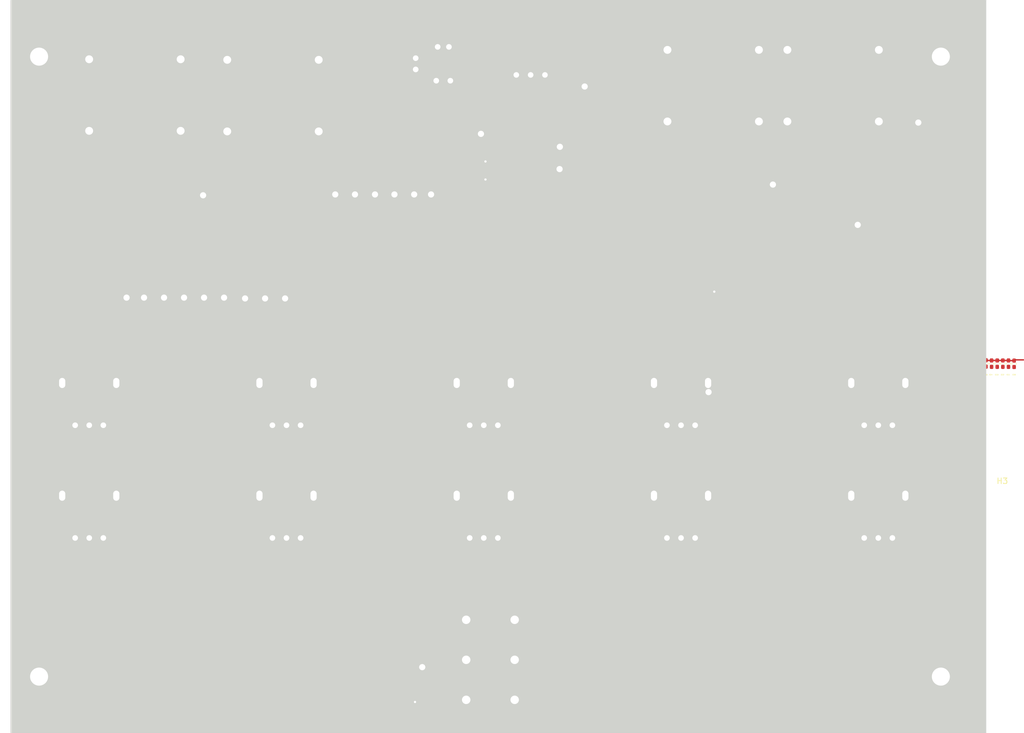
<source format=kicad_pcb>
(kicad_pcb (version 20221018) (generator pcbnew)
  (layers (0 "F.Cu" signal) (31 "B.Cu" signal) (34 "B.Paste" user) (35 "F.Paste" user) (36 "B.SilkS" user "B.Silkscreen") (37 "F.SilkS" user "F.Silkscreen") (38 "B.Mask" user) (39 "F.Mask" user) (44 "Edge.Cuts" user))
  (net 0 "")
  (net 1 "+12V")
  (net 2 "GND")
  (net 3 "+5V")
  (net 4 "+3.3V")
  (net 5 "+1V8")
  (net 6 "/stm32/NRST")
  (net 7 "Pot_0")
  (net 8 "Pot_1")
  (net 9 "Pot_2")
  (net 10 "Pot_3")
  (net 11 "Pot_4")
  (net 12 "Pot_5")
  (net 13 "Pot_6")
  (net 14 "Pot_7")
  (net 15 "Pot_8")
  (net 16 "Pot_9")
  (net 17 "Buffer")
  (net 18 "Net-(D2-A)")
  (net 19 "/LED33_MID")
  (net 20 "Ve_guitare_L")
  (net 22 "Ve_guitare_R")
  (net 23 "Vs_guitare_L")
  (net 24 "Vs_guitare_R")
  (net 25 "Vs_3,3V")
  (net 26 "Net-(SW2-A)")
  (net 27 "SYS_MCLK")
  (net 28 "WS_I2S")
  (net 29 "CK_I2S")
  (net 30 "DOUT_I2S")
  (net 31 "SD_I2S")
  (net 32 "SDA_I2C")
  (net 33 "SCL_I2C")
  (net 34 "SDNE1")
  (net 35 "SDCKE1")
  (net 36 "SDCLK")
  (net 37 "NBL0")
  (net 38 "NBL1")
  (net 39 "SDNWE")
  (net 40 "SDNCAS")
  (net 41 "SDNRAS")
  (net 42 "A0")
  (net 43 "D0")
  (net 57 "unconnected-(U4-NC-Pad28)")
  (net 58 "D1")
  (net 59 "D2")
  (net 60 "D3")
  (net 61 "D4")
  (net 62 "D5")
  (net 63 "D6")
  (net 64 "D7")
  (net 65 "BA0")
  (net 66 "BA1")
  (net 67 "A10")
  (net 68 "A1")
  (net 69 "A2")
  (net 70 "A3")
  (net 71 "A4")
  (net 72 "A5")
  (net 73 "A6")
  (net 74 "A7")
  (net 75 "A8")
  (net 76 "A9")
  (net 77 "A11")
  (net 80 "D8")
  (net 81 "D9")
  (net 82 "D10")
  (net 83 "D11")
  (net 84 "D12")
  (net 85 "D13")
  (net 86 "D14")
  (net 87 "D15")
  (net 94 "/stm32/OSC32_IN")
  (net 95 "/stm32/OSC32_OUT")
  (net 101 "/stm32/OSC_IN")
  (net 102 "/stm32/OSC_OUT")
  (net 112 "/stm32/BOOT1")
  (net 127 "/stm32/SWDIO")
  (net 129 "/stm32/SWCLK")
  (net 144 "/stm32/SWO")
  (footprint "LED_SMD:LED_0402_1005Metric_Pad0.77x0.64mm_HandSolder" (layer "F.Cu") (at 99.6545 144.52)
    (fp_text reference "D2")
    (fp_text value "LED")
  )
  (footprint "Connector_Pin:Pin_D1.1mm_L8.5mm_W2.5mm_FlatFork" (layer "F.Cu") (at 108.4 43.7)
    (fp_text reference "TP1")
    (fp_text value "TestPoint" hide)
  )
  (footprint "Capacitor_SMD:C_0402_1005Metric_Pad0.74x0.62mm_HandSolder" (layer "F.Cu") (at 199 84.4725 -90)
    (fp_text reference "C14")
    (fp_text value "100nF")
  )
  (footprint "Connector_Audio:Jack_6.35mm_Neutrik_NMJ4HCD2_Horizontal" (layer "F.Cu") (at 162.77 41.5 90)
    (fp_text reference "J6")
    (fp_text value "NMJ4HCD2")
  )
  (footprint "Library:Potentiometer_Alpha_RD901F-40-00D_Single_Vertical" (layer "F.Cu") (at 178.9 107.9 90)
    (fp_text reference "RV5")
    (fp_text value "100k")
  )
  (footprint "Capacitor_SMD:C_0402_1005Metric_Pad0.74x0.62mm_HandSolder" (layer "F.Cu") (at 197 84.4325 -90)
    (fp_text reference "C16")
    (fp_text value "100nF")
  )
  (footprint "Capacitor_SMD:C_0402_1005Metric_Pad0.74x0.62mm_HandSolder" (layer "F.Cu") (at 150.3675 57.69)
    (fp_text reference "C23")
    (fp_text value "100nF" hide)
  )
  (footprint "Capacitor_SMD:C_0402_1005Metric_Pad0.74x0.62mm_HandSolder" (layer "F.Cu") (at 118.6575 36.61 180)
    (fp_text reference "C2")
    (fp_text value "100µF")
  )
  (footprint "MountingHole:MountingHole_3.2mm_M3_DIN965_Pad" (layer "F.Cu") (at 30 30)
    (fp_text reference "H1")
    (fp_text value "MountingHole_Pad")
  )
  (footprint "Capacitor_SMD:C_0402_1005Metric_Pad0.74x0.62mm_HandSolder" (layer "F.Cu") (at 150.3675 59.69)
    (fp_text reference "C25")
    (fp_text value "100nF" hide)
  )
  (footprint "Connector_Pin:Pin_D1.1mm_L8.5mm_W2.5mm_FlatFork" (layer "F.Cu") (at 93.05 54.45)
    (fp_text reference "TP6")
    (fp_text value "TestPoint" hide)
  )
  (footprint "Capacitor_SMD:C_0402_1005Metric_Pad0.74x0.62mm_HandSolder" (layer "F.Cu") (at 74.9 117.9)
    (fp_text reference "C41")
    (fp_text value "100nF")
  )
  (footprint "Capacitor_SMD:C_0402_1005Metric_Pad0.74x0.62mm_HandSolder" (layer "F.Cu") (at 150.365 55.69)
    (fp_text reference "C21")
    (fp_text value "100nF")
  )
  (footprint "Connector_Pin:Pin_D1.1mm_L8.5mm_W2.5mm_FlatFork" (layer "F.Cu") (at 66.55 72.9 -90)
    (fp_text reference "TP15")
    (fp_text value "TestPoint")
  )
  (footprint "Capacitor_SMD:C_0402_1005Metric_Pad0.74x0.62mm_HandSolder" (layer "F.Cu") (at 112.2 46.6 180)
    (fp_text reference "C8")
    (fp_text value "100nF")
  )
  (footprint "Library:Potentiometer_Alpha_RD901F-40-00D_Single_Vertical" (layer "F.Cu") (at 108.9 107.9 90)
    (fp_text reference "RV3")
    (fp_text value "100k")
  )
  (footprint "Resistor_SMD:R_0201_0603Metric_Pad0.64x0.40mm_HandSolder" (layer "F.Cu") (at 131.5 51.8 -90)
    (fp_text reference "R1")
    (fp_text value "510")
  )
  (footprint "Package_DFN_QFN:QFN-32-1EP_5x5mm_P0.5mm_EP3.6x3.6mm" (layer "F.Cu") (at 113 50.2 -90)
    (fp_text reference "U4" hide)
    (fp_text value "SGTL5000XNAA3" hide)
  )
  (footprint "Connector_Pin:Pin_D1.1mm_L8.5mm_W2.5mm_FlatFork" (layer "F.Cu") (at 55.72 72.76 -90)
    (fp_text reference "TP18")
    (fp_text value "TestPoint")
  )
  (footprint "MountingHole:MountingHole_3.2mm_M3_DIN965_Pad" (layer "F.Cu") (at 190 30)
    (fp_text reference "H2")
    (fp_text value "MountingHole_Pad")
  )
  (footprint "Library:RS_Pro_SPDT_8466720" (layer "F.Cu") (at 105.782 144.12 90)
    (fp_text reference "SW2" hide)
    (fp_text value "SW_SPDT")
  )
  (footprint "Connector_Pin:Pin_D1.1mm_L8.5mm_W2.5mm_FlatFork" (layer "F.Cu") (at 99.55 54.45)
    (fp_text reference "TP8")
    (fp_text value "TestPoint" hide)
  )
  (footprint "Capacitor_SMD:C_0402_1005Metric_Pad0.74x0.62mm_HandSolder" (layer "F.Cu") (at 201 84.4725 -90)
    (fp_text reference "C12")
    (fp_text value "100nF")
  )
  (footprint "Capacitor_SMD:C_0402_1005Metric_Pad0.74x0.62mm_HandSolder" (layer "F.Cu") (at 119.5325 42.6 180)
    (fp_text reference "C6")
    (fp_text value "1uF")
  )
  (footprint "Capacitor_SMD:C_0402_1005Metric_Pad0.74x0.62mm_HandSolder" (layer "F.Cu") (at 144.8325 117.9)
    (fp_text reference "C43")
    (fp_text value "100nF")
  )
  (footprint "Capacitor_SMD:C_0402_1005Metric_Pad0.74x0.62mm_HandSolder" (layer "F.Cu") (at 179.5 97.9)
    (fp_text reference "C49")
    (fp_text value "100nF")
  )
  (footprint "Capacitor_SMD:C_0402_1005Metric_Pad0.74x0.62mm_HandSolder" (layer "F.Cu") (at 150.3675 64.69)
    (fp_text reference "C30")
    (fp_text value "100nF" hide)
  )
  (footprint "Library:Potentiometer_Alpha_RD901F-40-00D_Single_Vertical" (layer "F.Cu") (at 143.9 87.9 90)
    (fp_text reference "RV9")
    (fp_text value "100k")
  )
  (footprint "Capacitor_SMD:C_0402_1005Metric_Pad0.74x0.62mm_HandSolder" (layer "F.Cu") (at 150.3675 62.69)
    (fp_text reference "C28")
    (fp_text value "100nF" hide)
  )
  (footprint "Connector_Pin:Pin_D1.1mm_L8.5mm_W2.5mm_FlatFork" (layer "F.Cu") (at 97.982 138.32)
    (fp_text reference "TP23")
    (fp_text value "TestPoint" hide)
  )
  (footprint "Capacitor_SMD:C_0402_1005Metric_Pad0.74x0.62mm_HandSolder" (layer "F.Cu") (at 124.3 67.6 180)
    (fp_text reference "C20")
    (fp_text value "100nF")
  )
  (footprint "Library:Regulator4840-2201" (layer "F.Cu") (at 101.72 28.27 -90)
    (fp_text reference "J2")
    (fp_text value "4840.2201")
    (fp_line (start 0 0.999998) (end 0 -0.999998) (stroke (width 1)) (layer "Edge.Cuts"))
    (fp_line (start 4 4.900001) (end 2.000004 4.900001) (stroke (width 1)) (layer "Edge.Cuts"))
    (fp_line (start 6.000001 1.250061) (end 6.000001 -1.250061) (stroke (width 1)) (layer "Edge.Cuts"))
  )
  (footprint "Package_QFP:LQFP-144_20x20mm_P0.5mm" (layer "F.Cu") (at 137.2 64.4)
    (fp_text reference "U6")
    (fp_text value "STM32F446ZCTx")
  )
  (footprint "Capacitor_SMD:C_0402_1005Metric_Pad0.74x0.62mm_HandSolder" (layer "F.Cu") (at 109.5 97.9)
    (fp_text reference "C47")
    (fp_text value "100nF")
  )
  (footprint "Library:Potentiometer_Alpha_RD901F-40-00D_Single_Vertical" (layer "F.Cu") (at 143.9 107.9 90)
    (fp_text reference "RV4")
    (fp_text value "100k")
  )
  (footprint "Connector_Pin:Pin_D1.1mm_L8.5mm_W2.5mm_FlatFork" (layer "F.Cu") (at 86.05 54.45 90)
    (fp_text reference "TP4")
    (fp_text value "TestPoint" hide)
  )
  (footprint "Resistor_SMD:R_0201_0603Metric_Pad0.64x0.40mm_HandSolder" (layer "F.Cu") (at 101.882 144.52)
    (fp_text reference "R3")
    (fp_text value "330")
  )
  (footprint "Connector_Pin:Pin_D1.1mm_L8.5mm_W2.5mm_FlatFork" (layer "F.Cu") (at 45.52 72.76 -90)
    (fp_text reference "TP21")
    (fp_text value "TestPoint")
  )
  (footprint "Capacitor_SMD:C_0402_1005Metric_Pad0.74x0.62mm_HandSolder" (layer "F.Cu") (at 150.3675 58.7)
    (fp_text reference "C24")
    (fp_text value "100nF" hide)
  )
  (footprint "Connector_Pin:Pin_D1.1mm_L8.5mm_W2.5mm_FlatFork" (layer "F.Cu") (at 96.55 54.45)
    (fp_text reference "TP7")
    (fp_text value "TestPoint" hide)
  )
  (footprint "Connector_Pin:Pin_D1.1mm_L8.5mm_W2.5mm_FlatFork" (layer "F.Cu") (at 59.1 54.6)
    (fp_text reference "TP24")
    (fp_text value "TestPoint")
  )
  (footprint "Connector_Pin:Pin_D1.1mm_L8.5mm_W2.5mm_FlatFork" (layer "F.Cu") (at 122.4 46 180)
    (fp_text reference "TP2")
    (fp_text value "TestPoint" hide)
  )
  (footprint "Capacitor_SMD:C_0402_1005Metric_Pad0.74x0.62mm_HandSolder" (layer "F.Cu") (at 150.3675 61.69)
    (fp_text reference "C27")
    (fp_text value "100nF" hide)
  )
  (footprint "MountingHole:MountingHole_3.2mm_M3_DIN965_Pad" (layer "F.Cu") (at 190 140)
    (fp_text reference "H4")
    (fp_text value "MountingHole_Pad")
  )
  (footprint "Capacitor_SMD:C_0402_1005Metric_Pad0.74x0.62mm_HandSolder" (layer "F.Cu") (at 200 84.4725 -90)
    (fp_text reference "C13")
    (fp_text value "100nF")
  )
  (footprint "Capacitor_SMD:C_0402_1005Metric_Pad0.74x0.62mm_HandSolder" (layer "F.Cu") (at 39.9 117.9)
    (fp_text reference "C40")
    (fp_text value "100nF")
  )
  (footprint "Connector_Pin:Pin_D1.1mm_L8.5mm_W2.5mm_FlatFork" (layer "F.Cu") (at 148.782 89.52)
    (fp_text reference "TP10")
    (fp_text value "TestPoint")
  )
  (footprint "Capacitor_SMD:C_0402_1005Metric_Pad0.74x0.62mm_HandSolder" (layer "F.Cu") (at 113.8 36.2 180)
    (fp_text reference "C1")
    (fp_text value "100uF")
  )
  (footprint "Capacitor_SMD:C_0402_1005Metric_Pad0.74x0.62mm_HandSolder" (layer "F.Cu") (at 112.1625 41.5 90)
    (fp_text reference "C3")
    (fp_text value "1uF")
  )
  (footprint "Capacitor_SMD:C_0402_1005Metric_Pad0.74x0.62mm_HandSolder" (layer "F.Cu") (at 150.3675 65.7)
    (fp_text reference "C31")
    (fp_text value "100nF" hide)
  )
  (footprint "Library:Potentiometer_Alpha_RD901F-40-00D_Single_Vertical" (layer "F.Cu") (at 178.9 87.9 90)
    (fp_text reference "RV10")
    (fp_text value "100k")
  )
  (footprint "Capacitor_SMD:C_0402_1005Metric_Pad0.74x0.62mm_HandSolder" (layer "F.Cu") (at 109.9 117.9)
    (fp_text reference "C42")
    (fp_text value "100nF")
  )
  (footprint "Connector_Pin:Pin_D1.1mm_L8.5mm_W2.5mm_FlatFork" (layer "F.Cu") (at 59.27 72.76 -90)
    (fp_text reference "TP17")
    (fp_text value "TestPoint")
  )
  (footprint "Capacitor_SMD:C_0402_1005Metric_Pad0.74x0.62mm_HandSolder" (layer "F.Cu") (at 74.5 97.9)
    (fp_text reference "C46")
    (fp_text value "100nF")
  )
  (footprint "Capacitor_SMD:C_0402_1005Metric_Pad0.74x0.62mm_HandSolder" (layer "F.Cu") (at 179.9675 117.9)
    (fp_text reference "C44")
    (fp_text value "100nF")
  )
  (footprint "Library:Potentiometer_Alpha_RD901F-40-00D_Single_Vertical" (layer "F.Cu") (at 108.9 87.9 90)
    (fp_text reference "RV8")
    (fp_text value "100k")
  )
  (footprint "Capacitor_SMD:C_0402_1005Metric_Pad0.74x0.62mm_HandSolder" (layer "F.Cu") (at 39.5 97.9)
    (fp_text reference "C45")
    (fp_text value "100nF")
  )
  (footprint "Connector_Pin:Pin_D1.1mm_L8.5mm_W2.5mm_FlatFork" (layer "F.Cu") (at 70.1 72.9 -90)
    (fp_text reference "TP14")
    (fp_text value "TestPoint")
  )
  (footprint "Capacitor_SMD:C_0402_1005Metric_Pad0.74x0.62mm_HandSolder" (layer "F.Cu") (at 150.3675 67.7)
    (fp_text reference "C33")
    (fp_text value "100nF" hide)
  )
  (footprint "Library:Potentiometer_Alpha_RD901F-40-00D_Single_Vertical" (layer "F.Cu") (at 73.9 87.9 90)
    (fp_text reference "RV7")
    (fp_text value "100k")
  )
  (footprint "Connector_Audio:Jack_6.35mm_Neutrik_NMJ4HCD2_Horizontal" (layer "F.Cu") (at 141.49 41.5 90)
    (fp_text reference "J5")
    (fp_text value "NMJ4HCD2")
  )
  (footprint "Capacitor_SMD:C_0402_1005Metric_Pad0.74x0.62mm_HandSolder" (layer "F.Cu") (at 150.3675 63.69)
    (fp_text reference "C29")
    (fp_text value "100nF" hide)
  )
  (footprint "Connector_Pin:Pin_D1.1mm_L8.5mm_W2.5mm_FlatFork" (layer "F.Cu") (at 89.6 54.45 90)
    (fp_text reference "TP5")
    (fp_text value "TestPoint" hide)
  )
  (footprint "Library:Potentiometer_Alpha_RD901F-40-00D_Single_Vertical" (layer "F.Cu") (at 73.9 107.9 90)
    (fp_text reference "RV2")
    (fp_text value "100k")
  )
  (footprint "Connector_Pin:Pin_D1.1mm_L8.5mm_W2.5mm_FlatFork" (layer "F.Cu") (at 82.55 54.45 90)
    (fp_text reference "TP3")
    (fp_text value "TestPoint" hide)
  )
  (footprint "Capacitor_SMD:C_0402_1005Metric_Pad0.74x0.62mm_HandSolder" (layer "F.Cu") (at 202 84.4725 -90)
    (fp_text reference "C11")
    (fp_text value "100nF")
  )
  (footprint "Capacitor_SMD:C_0402_1005Metric_Pad0.74x0.62mm_HandSolder" (layer "F.Cu") (at 144.5 97.9)
    (fp_text reference "C48")
    (fp_text value "100nF")
  )
  (footprint "Capacitor_SMD:C_0402_1005Metric_Pad0.74x0.62mm_HandSolder" (layer "F.Cu") (at 150.3675 60.69)
    (fp_text reference "C26")
    (fp_text value "100nF" hide)
  )
  (footprint "Package_SO:TSOP-II-54_22.2x10.16mm_P0.8mm" (layer "F.Cu") (at 97.9 68.75 -90)
    (fp_text reference "U5")
    (fp_text value "IS42S16400J-xC")
  )
  (footprint "Connector_Pin:Pin_D1.1mm_L8.5mm_W2.5mm_FlatFork" (layer "F.Cu") (at 73.65 72.9 -90)
    (fp_text reference "TP13")
    (fp_text value "TestPoint")
  )
  (footprint "Capacitor_SMD:C_0402_1005Metric_Pad0.74x0.62mm_HandSolder" (layer "F.Cu") (at 116.65 48.7 90)
    (fp_text reference "C9")
    (fp_text value "100nF")
  )
  (footprint "Connector_Audio:Jack_6.35mm_Neutrik_NMJ4HCD2_Horizontal" (layer "F.Cu") (at 79.615 30.565 -90)
    (fp_text reference "J4")
    (fp_text value "NMJ4HCD2")
  )
  (footprint "Connector_Pin:Pin_D1.1mm_L8.5mm_W2.5mm_FlatFork" (layer "F.Cu") (at 122.35 49.95)
    (fp_text reference "TP9")
    (fp_text value "TestPoint" hide)
  )
  (footprint "Capacitor_SMD:C_0402_1005Metric_Pad0.74x0.62mm_HandSolder" (layer "F.Cu") (at 150.365 56.69)
    (fp_text reference "C22")
    (fp_text value "100nF" hide)
  )
  (footprint "Capacitor_SMD:C_0402_1005Metric_Pad0.74x0.62mm_HandSolder" (layer "F.Cu") (at 198 84.4325 -90)
    (fp_text reference "C15")
    (fp_text value "100nF")
  )
  (footprint "Capacitor_SMD:C_0402_1005Metric_Pad0.74x0.62mm_HandSolder" (layer "F.Cu") (at 112.75 55.1 -90)
    (fp_text reference "C7")
    (fp_text value "100nF")
  )
  (footprint "Connector_Audio:Jack_6.35mm_Neutrik_NMJ4HCD2_Horizontal" (layer "F.Cu") (at 55.115 30.465 -90)
    (fp_text reference "J1")
    (fp_text value "NMJ4HCD2")
  )
  (footprint "Package_TO_SOT_SMD:SOT-23-5" (layer "F.Cu") (at 121.7 39.6 180)
    (fp_text reference "U2" hide)
    (fp_text value "BU18SD2MG-MTR")
  )
  (footprint "Connector_Pin:Pin_D1.1mm_L8.5mm_W2.5mm_FlatFork" (layer "F.Cu") (at 62.82 72.76 -90)
    (fp_text reference "TP16")
    (fp_text value "TestPoint")
  )
  (footprint "Capacitor_SMD:C_0402_1005Metric_Pad0.74x0.62mm_HandSolder" (layer "F.Cu") (at 203 84.5 -90)
    (fp_text reference "C10")
    (fp_text value "100nF")
  )
  (footprint "Connector_Pin:Pin_D1.1mm_L8.5mm_W2.5mm_FlatFork" (layer "F.Cu") (at 52.17 72.76 -90)
    (fp_text reference "TP19")
    (fp_text value "TestPoint")
  )
  (footprint "Connector_Pin:Pin_D1.1mm_L8.5mm_W2.5mm_FlatFork" (layer "F.Cu") (at 126.8 35.3)
    (fp_text reference "TP12")
    (fp_text value "TestPoint" hide)
  )
  (footprint "Capacitor_SMD:C_0402_1005Metric_Pad0.74x0.62mm_HandSolder" (layer "F.Cu") (at 124.3 40.23 90)
    (fp_text reference "C5")
    (fp_text value "1uF")
  )
  (footprint "Connector_Pin:Pin_D1.1mm_L8.5mm_W2.5mm_FlatFork" (layer "F.Cu") (at 160.2 52.7)
    (fp_text reference "TP11")
    (fp_text value "TestPoint")
  )
  (footprint "MountingHole:MountingHole_3.2mm_M3_DIN965_Pad" (layer "F.Cu") (at 30 140)
    (fp_text reference "H3")
    (fp_text value "MountingHole_Pad")
  )
  (footprint "Package_TO_SOT_SMD:SOT-23-5" (layer "F.Cu") (at 114.77 40.97)
    (fp_text reference "U502" hide)
    (fp_text value "BU33SD5WG-TR")
  )
  (footprint "Connector_Pin:Pin_D1.1mm_L8.5mm_W2.5mm_FlatFork" (layer "F.Cu") (at 175.25 59.85)
    (fp_text reference "TP22")
    (fp_text value "TestPoint" hide)
  )
  (footprint "Resistor_SMD:R_0603_1608Metric" (layer "F.Cu") (at 117.6 43.5 -90)
    (fp_text reference "R502")
    (fp_text value "1k")
  )
  (footprint "Capacitor_SMD:C_0402_1005Metric_Pad0.74x0.62mm_HandSolder" (layer "F.Cu") (at 117.6 38.3 90)
    (fp_text reference "C4")
    (fp_text value "1uF")
  )
  (footprint "Library:Potentiometer_Alpha_RD901F-40-00D_Single_Vertical" (layer "F.Cu") (at 38.9 87.9 90)
    (fp_text reference "RV6")
    (fp_text value "100k")
  )
  (footprint "Library:CONN3_950578_WRE_173950578" (layer "F.Cu") (at 114.6749 33.244499)
    (fp_text reference "J3")
    (fp_text value "173950578")
  )
  (footprint "Capacitor_SMD:C_0402_1005Metric_Pad0.74x0.62mm_HandSolder" (layer "F.Cu") (at 150.3675 66.7)
    (fp_text reference "C32")
    (fp_text value "100nF" hide)
  )
  (footprint "LED_SMD:LED_0402_1005Metric_Pad0.77x0.64mm_HandSolder" (layer "F.Cu") (at 117.6 40.5725 90)
    (fp_text reference "D502")
    (fp_text value "RED" hide)
  )
  (footprint "Connector_Pin:Pin_D1.1mm_L8.5mm_W2.5mm_FlatFork" (layer "F.Cu") (at 186 41.7)
    (fp_text reference "TP25")
    (fp_text value "TestPoint")
  )
  (footprint "Library:Potentiometer_Alpha_RD901F-40-00D_Single_Vertical" (layer "F.Cu") (at 38.9 107.9 90)
    (fp_text reference "RV1")
    (fp_text value "100k")
  )
  (footprint "Connector_Pin:Pin_D1.1mm_L8.5mm_W2.5mm_FlatFork" (layer "F.Cu") (at 48.62 72.76 -90)
    (fp_text reference "TP20")
    (fp_text value "TestPoint")
  )
  (gr_line (start 198 150) (end 25 150) (stroke (width 0.1)) (layer "Edge.Cuts"))
  (gr_line (start 25 150) (end 25 20) (stroke (width 0.1)) (layer "Edge.Cuts"))
  (gr_line (start 25 20) (end 198 20) (stroke (width 0.1)) (layer "Edge.Cuts"))
  (gr_line (start 198 20) (end 198 150) (stroke (width 0.1)) (layer "Edge.Cuts"))
  (segment (start 103.244802 32.495199) (end 101.72 34.020001) (width 0.5) (layer "F.Cu") (net 1))
  (segment (start 114.6749 33.244499) (end 113.9256 32.495199) (width 0.5) (layer "F.Cu") (net 1))
  (segment (start 114.6749 33.244499) (end 114.6749 35.8926) (width 0.5) (layer "F.Cu") (net 1))
  (segment (start 114.6749 35.8926) (end 114.3675 36.2) (width 0.5) (layer "F.Cu") (net 1))
  (segment (start 113.9256 32.495199) (end 103.244802 32.495199) (width 0.5) (layer "F.Cu") (net 1))
  (segment (start 198.04 85.04) (end 198 85) (width 0.25) (layer "F.Cu") (net 2))
  (segment (start 113.595 40.9325) (end 113.6325 40.97) (width 0.25) (layer "F.Cu") (net 2))
  (segment (start 118.1 36.62) (end 118.09 36.61) (width 0.25) (layer "F.Cu") (net 2))
  (segment (start 150.9325 57.6875) (end 150.935 57.69) (width 0.25) (layer "F.Cu") (net 2))
  (segment (start 124.2475 39.61) (end 124.3 39.6625) (width 0.25) (layer "F.Cu") (net 2))
  (segment (start 55.215 43.265) (end 55.115 43.165) (width 0.25) (layer "F.Cu") (net 2))
  (segment (start 202.9725 85.04) (end 203 85.0675) (width 0.25) (layer "F.Cu") (net 2))
  (segment (start 113.6325 38.7675) (end 117.3 35.1) (width 0.5) (layer "F.Cu") (net 3))
  (segment (start 123.455501 33.244499) (end 119.7549 33.244499) (width 0.5) (layer "F.Cu") (net 3))
  (segment (start 112.31 41.92) (end 112.1625 42.0675) (width 0.5) (layer "F.Cu") (net 3))
  (segment (start 124.7 33.2) (end 123.5 33.2) (width 0.5) (layer "F.Cu") (net 3))
  (segment (start 110.9 41.7) (end 111.3 42.1) (width 0.5) (layer "F.Cu") (net 3))
  (segment (start 119.225 36.61) (end 119.225 35) (width 0.5) (layer "F.Cu") (net 3))
  (segment (start 110.985 40.015) (end 110.9 40.1) (width 0.5) (layer "F.Cu") (net 3))
  (segment (start 113.6275 40.015) (end 110.985 40.015) (width 0.5) (layer "F.Cu") (net 3))
  (segment (start 119.225 35) (end 119.225 33.774399) (width 0.5) (layer "F.Cu") (net 3))
  (segment (start 119.125 35.1) (end 119.225 35) (width 0.5) (layer "F.Cu") (net 3))
  (segment (start 119.225 33.774399) (end 119.7549 33.244499) (width 0.5) (layer "F.Cu") (net 3))
  (segment (start 110.9 40.1) (end 110.9 41.7) (width 0.5) (layer "F.Cu") (net 3))
  (segment (start 113.6325 41.92) (end 112.31 41.92) (width 0.5) (layer "F.Cu") (net 3))
  (segment (start 111.3 42.1) (end 112.13 42.1) (width 0.5) (layer "F.Cu") (net 3))
  (segment (start 113.6325 40.02) (end 113.6275 40.015) (width 0.5) (layer "F.Cu") (net 3))
  (segment (start 112.13 42.1) (end 112.1625 42.0675) (width 0.5) (layer "F.Cu") (net 3))
  (segment (start 117.3 35.1) (end 119.125 35.1) (width 0.5) (layer "F.Cu") (net 3))
  (segment (start 113.6325 40.02) (end 113.6325 38.7675) (width 0.5) (layer "F.Cu") (net 3))
  (segment (start 123.5 33.2) (end 123.455501 33.244499) (width 0.5) (layer "F.Cu") (net 3))
  (segment (start 126.8 35.3) (end 124.7 33.2) (width 0.5) (layer "F.Cu") (net 3))
  (segment (start 109.2 46.9) (end 109.2 48.6) (width 0.25) (layer "F.Cu") (net 4))
  (segment (start 204.65 83.8) (end 203.1325 83.8) (width 0.25) (layer "F.Cu") (net 4))
  (segment (start 122.795 40.56) (end 124.0625 40.56) (width 0.25) (layer "F.Cu") (net 4))
  (segment (start 176.4 113.7) (end 176.4 115.4) (width 0.25) (layer "F.Cu") (net 4))
  (segment (start 149.8 57.69) (end 149.8 58.7) (width 0.25) (layer "F.Cu") (net 4))
  (segment (start 122.9 37.8) (end 122.9 38.555) (width 0.25) (layer "F.Cu") (net 4))
  (segment (start 119.3 37.6) (end 122.7 37.6) (width 0.25) (layer "F.Cu") (net 4))
  (segment (start 118.1 40) (end 118.7 39.4) (width 0.25) (layer "F.Cu") (net 4))
  (segment (start 202.0275 83.9325) (end 202 83.905) (width 0.25) (layer "F.Cu") (net 4))
  (segment (start 149.8 67.7) (end 149.8 66.7) (width 0.25) (layer "F.Cu") (net 4))
  (segment (start 106.4 112.7) (end 141.3 112.7) (width 0.25) (layer "F.Cu") (net 4))
  (segment (start 114.1 43.7) (end 114.92 42.88) (width 0.25) (layer "F.Cu") (net 4))
  (segment (start 197 83.865) (end 198 83.865) (width 0.25) (layer "F.Cu") (net 4))
  (segment (start 126.7475 40.7975) (end 124.3 40.7975) (width 0.25) (layer "F.Cu") (net 4))
  (segment (start 112.75 46.6175) (end 112.7675 46.6) (width 0.25) (layer "F.Cu") (net 4))
  (segment (start 122.15 40.55) (end 122.8375 40.55) (width 0.25) (layer "F.Cu") (net 4))
  (segment (start 106.4 95.4) (end 106.4 92.9) (width 0.25) (layer "F.Cu") (net 4))
  (segment (start 71.4 95.4) (end 71.4 92.9) (width 0.25) (layer "F.Cu") (net 4))
  (segment (start 112.75 52.7) (end 112.75 53.9825) (width 0.25) (layer "F.Cu") (net 4))
  (segment (start 106.4 92.9) (end 141.4 92.9) (width 0.25) (layer "F.Cu") (net 4))
  (segment (start 149.8 61.69) (end 149.8 60.69) (width 0.25) (layer "F.Cu") (net 4))
  (segment (start 122.9 38.555) (end 122.795 38.66) (width 0.25) (layer "F.Cu") (net 4))
  (segment (start 149.8 64.69) (end 149.8 65.7) (width 0.25) (layer "F.Cu") (net 4))
  (segment (start 36.9 92.9) (end 71.4 92.9) (width 0.25) (layer "F.Cu") (net 4))
  (segment (start 176.4 93.4) (end 175.9 92.9) (width 0.25) (layer "F.Cu") (net 4))
  (segment (start 124.0625 40.56) (end 124.3 40.7975) (width 0.25) (layer "F.Cu") (net 4))
  (segment (start 149.7975 56.69) (end 149.7975 57.6875) (width 0.25) (layer "F.Cu") (net 4))
  (segment (start 149.7975 55.69) (end 149.7975 56.69) (width 0.25) (layer "F.Cu") (net 4))
  (segment (start 109.2 53.3) (end 109.2 51.8) (width 0.25) (layer "F.Cu") (net 4))
  (segment (start 110.25 45.85) (end 109.2 46.9) (width 0.25) (layer "F.Cu") (net 4))
  (segment (start 112.75 43.7) (end 114.1 43.7) (width 0.25) (layer "F.Cu") (net 4))
  (segment (start 108.35 43.75) (end 108.4 43.7) (width 0.25) (layer "F.Cu") (net 4))
  (segment (start 112.75 53.9825) (end 109.8825 53.9825) (width 0.25) (layer "F.Cu") (net 4))
  (segment (start 109.8825 53.9825) (end 109.2 53.3) (width 0.25) (layer "F.Cu") (net 4))
  (segment (start 121.5 39.9) (end 122.15 40.55) (width 0.25) (layer "F.Cu") (net 4))
  (segment (start 141.4 95.4) (end 141.4 92.9) (width 0.25) (layer "F.Cu") (net 4))
  (segment (start 108.4 43.7) (end 112.75 43.7) (width 0.25) (layer "F.Cu") (net 4))
  (segment (start 122.8375 38.65) (end 122.05 38.65) (width 0.25) (layer "F.Cu") (net 4))
  (segment (start 112.7675 45.85) (end 110.25 45.85) (width 0.25) (layer "F.Cu") (net 4))
  (segment (start 149.8 62.69) (end 149.8 63.69) (width 0.25) (layer "F.Cu") (net 4))
  (segment (start 149.8 63.69) (end 149.8 64.69) (width 0.25) (layer "F.Cu") (net 4))
  (segment (start 71.4 112.7) (end 106.4 112.7) (width 0.25) (layer "F.Cu") (net 4))
  (segment (start 112.7675 45.85) (end 112.7675 43.7175) (width 0.25) (layer "F.Cu") (net 4))
  (segment (start 149.8 66.7) (end 149.8 65.7) (width 0.25) (layer "F.Cu") (net 4))
  (segment (start 141.4 115.4) (end 141.4 112.8) (width 0.25) (layer "F.Cu") (net 4))
  (segment (start 71.4 92.9) (end 106.4 92.9) (width 0.25) (layer "F.Cu") (net 4))
  (segment (start 36.4 93.4) (end 36.9 92.9) (width 0.25) (layer "F.Cu") (net 4))
  (segment (start 141.4 92.9) (end 175.9 92.9) (width 0.25) (layer "F.Cu") (net 4))
  (segment (start 149.975 67.875) (end 149.8 67.7) (width 0.25) (layer "F.Cu") (net 4))
  (segment (start 175.4 112.7) (end 176.4 113.7) (width 0.25) (layer "F.Cu") (net 4))
  (segment (start 203.1325 83.8) (end 203 83.9325) (width 0.25) (layer "F.Cu") (net 4))
  (segment (start 121.5 39.2) (end 121.5 39.9) (width 0.25) (layer "F.Cu") (net 4))
  (segment (start 141.4 112.8) (end 141.3 112.7) (width 0.25) (layer "F.Cu") (net 4))
  (segment (start 149.8 59.69) (end 149.8 60.69) (width 0.25) (layer "F.Cu") (net 4))
  (segment (start 36.4 114) (end 37.7 112.7) (width 0.25) (layer "F.Cu") (net 4))
  (segment (start 122.05 38.65) (end 121.5 39.2) (width 0.25) (layer "F.Cu") (net 4))
  (segment (start 141.3 112.7) (end 175.4 112.7) (width 0.25) (layer "F.Cu") (net 4))
  (segment (start 149.7975 57.6875) (end 149.8 57.69) (width 0.25) (layer "F.Cu") (net 4))
  (segment (start 118.7 38.2) (end 119.3 37.6) (width 0.25) (layer "F.Cu") (net 4))
  (segment (start 149.8 61.69) (end 149.8 62.69) (width 0.25) (layer "F.Cu") (net 4))
  (segment (start 122.7 37.6) (end 122.9 37.8) (width 0.25) (layer "F.Cu") (net 4))
  (segment (start 149.75 67.65) (end 149.8 67.7) (width 0.25) (layer "F.Cu") (net 4))
  (segment (start 117.58 40.02) (end 117.6 40) (width 0.25) (layer "F.Cu") (net 4))
  (segment (start 200 83.905) (end 199 83.905) (width 0.25) (layer "F.Cu") (net 4))
  (segment (start 36.4 115.4) (end 36.4 114) (width 0.25) (layer "F.Cu") (net 4))
  (segment (start 106.4 115.4) (end 106.4 112.7) (width 0.25) (layer "F.Cu") (net 4))
  (segment (start 202 83.905) (end 201 83.905) (width 0.25) (layer "F.Cu") (net 4))
  (segment (start 117.6 40) (end 117.6 38.8675) (width 0.25) (layer "F.Cu") (net 4))
  (segment (start 198.04 83.905) (end 198 83.865) (width 0.25) (layer "F.Cu") (net 4))
  (segment (start 176.4 95.4) (end 176.4 93.4) (width 0.25) (layer "F.Cu") (net 4))
  (segment (start 117.6 40) (end 118.1 40) (width 0.25) (layer "F.Cu") (net 4))
  (segment (start 71.4 112.7) (end 71.4 115.4) (width 0.25) (layer "F.Cu") (net 4))
  (segment (start 118.7 39.4) (end 118.7 38.2) (width 0.25) (layer "F.Cu") (net 4))
  (segment (start 114.92 41.0075) (end 115.9075 40.02) (width 0.25) (layer "F.Cu") (net 4))
  (segment (start 37.7 112.7) (end 71.4 112.7) (width 0.25) (layer "F.Cu") (net 4))
  (segment (start 36.4 95.4) (end 36.4 93.4) (width 0.25) (layer "F.Cu") (net 4))
  (segment (start 112.7675 43.7175) (end 112.75 43.7) (width 0.25) (layer "F.Cu") (net 4))
  (segment (start 116.9 40.02) (end 117.58 40.02) (width 0.25) (layer "F.Cu") (net 4))
  (segment (start 203 83.9325) (end 202.0275 83.9325) (width 0.25) (layer "F.Cu") (net 4))
  (segment (start 108.35 43.6) (end 108.35 43.75) (width 0.25) (layer "F.Cu") (net 4))
  (segment (start 115.9075 40.02) (end 116.9 40.02) (width 0.25) (layer "F.Cu") (net 4))
  (segment (start 128.45 53.7375) (end 128.45 42.5) (width 0.25) (layer "F.Cu") (net 4))
  (segment (start 128.45 42.5) (end 126.7475 40.7975) (width 0.25) (layer "F.Cu") (net 4))
  (segment (start 149.8 58.7) (end 149.8 59.69) (width 0.25) (layer "F.Cu") (net 4))
  (segment (start 199 83.905) (end 198.04 83.905) (width 0.25) (layer "F.Cu") (net 4))
  (segment (start 112.7675 46.6) (end 112.7675 45.85) (width 0.25) (layer "F.Cu") (net 4))
  (segment (start 112.75 47.75) (end 112.75 46.6175) (width 0.25) (layer "F.Cu") (net 4))
  (segment (start 112.75 53.9825) (end 112.75 54.5325) (width 0.25) (layer "F.Cu") (net 4))
  (segment (start 147.8625 67.65) (end 149.75 67.65) (width 0.25) (layer "F.Cu") (net 4))
  (segment (start 201 83.905) (end 200 83.905) (width 0.25) (layer "F.Cu") (net 4))
  (segment (start 114.92 42.88) (end 114.92 41.0075) (width 0.25) (layer "F.Cu") (net 4))
  (via (at 109.2 51.8) (size 0.8) (drill 0.4) (layers "F.Cu" "B.Cu") (net 4))
  (via (at 109.2 48.6) (size 0.8) (drill 0.4) (layers "F.Cu" "B.Cu") (net 4))
  (segment (start 109.2 48.6) (end 109.2 51.8) (width 0.25) (layer "B.Cu") (net 4))
  (segment (start 120.5625 41.6) (end 120.5625 42.1375) (width 0.25) (layer "F.Cu") (net 5))
  (segment (start 120.5625 42.1375) (end 120.1 42.6) (width 0.25) (layer "F.Cu") (net 5))
  (segment (start 118.0675 49.4325) (end 120.1 47.4) (width 0.25) (layer "F.Cu") (net 5))
  (segment (start 115.45 49.45) (end 116.8325 49.45) (width 0.25) (layer "F.Cu") (net 5))
  (segment (start 116.8325 49.45) (end 116.85 49.4325) (width 0.25) (layer "F.Cu") (net 5))
  (segment (start 120.1 47.4) (end 120.1 42.6) (width 0.25) (layer "F.Cu") (net 5))
  (segment (start 116.85 49.4325) (end 118.0675 49.4325) (width 0.25) (layer "F.Cu") (net 5))
  (segment (start 120.5625 40.55) (end 120.5625 41.6) (width 0.25) (layer "F.Cu") (net 5))
  (segment (start 124.8675 67.6) (end 124.9175 67.65) (width 0.25) (layer "F.Cu") (net 6))
  (segment (start 124.9175 67.65) (end 126.5375 67.65) (width 0.25) (layer "F.Cu") (net 6))
  (segment (start 39.3325 117.9) (end 39.3325 115.8325) (width 0.3) (layer "F.Cu") (net 7))
  (segment (start 39.3325 115.8325) (end 38.9 115.4) (width 0.3) (layer "F.Cu") (net 7))
  (segment (start 74.3325 115.8325) (end 73.9 115.4) (width 0.3) (layer "F.Cu") (net 8))
  (segment (start 74.3325 117.9) (end 74.3325 115.8325) (width 0.3) (layer "F.Cu") (net 8))
  (segment (start 109.3325 115.8325) (end 108.9 115.4) (width 0.3) (layer "F.Cu") (net 9))
  (segment (start 109.3325 117.9) (end 109.3325 115.8325) (width 0.3) (layer "F.Cu") (net 9))
  (segment (start 179.4 117.9) (end 179.4 115.9) (width 0.3) (layer "F.Cu") (net 11))
  (segment (start 179.4 115.9) (end 178.9 115.4) (width 0.3) (layer "F.Cu") (net 11))
  (segment (start 38.9 95.4) (end 38.9 97.8675) (width 0.25) (layer "F.Cu") (net 12))
  (segment (start 38.9 97.8675) (end 38.9325 97.9) (width 0.25) (layer "F.Cu") (net 12))
  (segment (start 73.9 95.4) (end 73.9 97.8675) (width 0.25) (layer "F.Cu") (net 13))
  (segment (start 73.9 97.8675) (end 73.9325 97.9) (width 0.25) (layer "F.Cu") (net 13))
  (segment (start 108.9 97.8325) (end 108.8325 97.9) (width 0.25) (layer "F.Cu") (net 14))
  (segment (start 109.3325 95.8325) (end 108.9 95.4) (width 0.3) (layer "F.Cu") (net 14))
  (segment (start 108.9 95.4) (end 108.9 97.8325) (width 0.25) (layer "F.Cu") (net 14))
  (segment (start 143.9 97.8675) (end 143.9325 97.9) (width 0.25) (layer "F.Cu") (net 15))
  (segment (start 143.9 95.4) (end 143.9 97.8675) (width 0.25) (layer "F.Cu") (net 15))
  (segment (start 178.9 95.4) (end 178.9 97.8675) (width 0.25) (layer "F.Cu") (net 16))
  (segment (start 178.9 97.8675) (end 178.9325 97.9) (width 0.25) (layer "F.Cu") (net 16))
  (segment (start 99.082 144.52) (end 96.72 144.52) (width 0.25) (layer "F.Cu") (net 17))
  (segment (start 96.72 144.52) (end 96.7 144.5) (width 0.25) (layer "F.Cu") (net 17))
  (via (at 96.7 144.5) (size 0.8) (drill 0.4) (layers "F.Cu" "B.Cu") (net 17))
  (via (at 149.8 71.7) (size 0.8) (drill 0.4) (layers "F.Cu" "B.Cu") (net 17))
  (segment (start 100.227 143.027) (end 97.982 140.782) (width 0.25) (layer "F.Cu") (net 18))
  (segment (start 101.4745 144.52) (end 100.227 144.52) (width 0.25) (layer "F.Cu") (net 18))
  (segment (start 97.982 140.782) (end 97.982 138.32) (width 0.25) (layer "F.Cu") (net 18))
  (segment (start 100.227 144.52) (end 100.227 143.027) (width 0.25) (layer "F.Cu") (net 18))
  (segment (start 117.6 42.615) (end 117.58 42.635) (width 0.25) (layer "F.Cu") (net 19))
  (segment (start 117.6 41.145) (end 117.6 42.615) (width 0.25) (layer "F.Cu") (net 19))
  (segment (start 55.115 30.465) (end 59.1 30.465) (width 0.25) (layer "F.Cu") (net 20))
  (segment (start 55.215 30.565) (end 55.115 30.465) (width 0.25) (layer "F.Cu") (net 20))
  (segment (start 63.285 30.465) (end 63.385 30.565) (width 0.25) (layer "F.Cu") (net 20))
  (segment (start 110.55 50.95) (end 95.75 50.95) (width 0.25) (layer "F.Cu") (net 20))
  (segment (start 75.365 30.565) (end 63.385 30.565) (width 0.25) (layer "F.Cu") (net 20))
  (segment (start 95.75 50.95) (end 75.365 30.565) (width 0.25) (layer "F.Cu") (net 20))
  (segment (start 59.1 54.6) (end 59.1 30.465) (width 0.25) (layer "F.Cu") (net 20))
  (segment (start 59.1 30.465) (end 63.285 30.465) (width 0.25) (layer "F.Cu") (net 20))
  (segment (start 86.465 30.565) (end 106.3 50.4) (width 0.25) (layer "F.Cu") (net 22))
  (segment (start 110.5 50.4) (end 110.55 50.45) (width 0.25) (layer "F.Cu") (net 22))
  (segment (start 106.3 50.4) (end 110.5 50.4) (width 0.25) (layer "F.Cu") (net 22))
  (segment (start 79.615 30.565) (end 86.465 30.565) (width 0.25) (layer "F.Cu") (net 22))
  (segment (start 179 41.5) (end 174 36.5) (width 0.25) (layer "F.Cu") (net 23))
  (segment (start 92.313604 24.05) (end 125.15 24.05) (width 0.25) (layer "F.Cu") (net 23))
  (segment (start 141.5 36.5) (end 141.49 36.51) (width 0.25) (layer "F.Cu") (net 23))
  (segment (start 174 36.5) (end 141.5 36.5) (width 0.25) (layer "F.Cu") (net 23))
  (segment (start 137.6 36.5) (end 141.5 36.5) (width 0.25) (layer "F.Cu") (net 23))
  (segment (start 90.1 31.6) (end 90.1 26.263604) (width 0.25) (layer "F.Cu") (net 23))
  (segment (start 179 41.5) (end 185.8 41.5) (width 0.25) (layer "F.Cu") (net 23))
  (segment (start 90.1 26.263604) (end 92.313604 24.05) (width 0.25) (layer "F.Cu") (net 23))
  (segment (start 110.55 49.95) (end 108.45 49.95) (width 0.25) (layer "F.Cu") (net 23))
  (segment (start 125.15 24.05) (end 137.6 36.5) (width 0.25) (layer "F.Cu") (net 23))
  (segment (start 141.49 36.51) (end 141.49 41.5) (width 0.25) (layer "F.Cu") (net 23))
  (segment (start 108.45 49.95) (end 90.1 31.6) (width 0.25) (layer "F.Cu") (net 23))
  (segment (start 185.8 41.5) (end 186 41.7) (width 0.25) (layer "F.Cu") (net 23))
  (segment (start 92.5 24.5) (end 124.9 24.5) (width 0.25) (layer "F.Cu") (net 24))
  (segment (start 90.6 31.4) (end 90.6 26.4) (width 0.25) (layer "F.Cu") (net 24))
  (segment (start 90.6 26.4) (end 92.5 24.5) (width 0.25) (layer "F.Cu") (net 24))
  (segment (start 160.2 49.7) (end 160.2 46) (width 0.25) (layer "F.Cu") (net 24))
  (segment (start 108.65 49.45) (end 90.6 31.4) (width 0.25) (layer "F.Cu") (net 24))
  (segment (start 110.55 49.45) (end 108.65 49.45) (width 0.25) (layer "F.Cu") (net 24))
  (segment (start 160.2 52.7) (end 160.2 49.7) (width 0.25) (layer "F.Cu") (net 24))
  (segment (start 124.9 24.5) (end 126 25.6) (width 0.25) (layer "F.Cu") (net 24))
  (segment (start 145.7 49.7) (end 160.2 49.7) (width 0.25) (layer "F.Cu") (net 24))
  (segment (start 126 30) (end 145.7 49.7) (width 0.25) (layer "F.Cu") (net 24))
  (segment (start 160.2 44.07) (end 162.77 41.5) (width 0.25) (layer "F.Cu") (net 24))
  (segment (start 126 25.6) (end 126 30) (width 0.25) (layer "F.Cu") (net 24))
  (segment (start 160.2 46) (end 160.2 44.07) (width 0.25) (layer "F.Cu") (net 24))
  (segment (start 131.45 53.7375) (end 131.45 52.2575) (width 0.25) (layer "F.Cu") (net 25))
  (segment (start 131.45 52.2575) (end 131.5 52.2075) (width 0.25) (layer "F.Cu") (net 25))
  (segment (start 102.6895 144.12) (end 105.782 144.12) (width 0.25) (layer "F.Cu") (net 26))
  (segment (start 102.2895 144.52) (end 102.6895 144.12) (width 0.25) (layer "F.Cu") (net 26))
  (segment (start 147.8625 71.65) (end 149.75 71.65) (width 0.25) (layer "F.Cu") (net 31))
  (segment (start 149.75 71.65) (end 149.8 71.7) (width 0.25) (layer "F.Cu") (net 31))
  (segment (start 115.45 49.95) (end 115.46 49.96) (width 0.25) (layer "F.Cu") (net 33))
  (segment (start 120.44 49.96) (end 120.45 49.95) (width 0.25) (layer "F.Cu") (net 33))
  (segment (start 122.35 49.95) (end 120.45 49.95) (width 0.25) (layer "F.Cu") (net 33))
  (segment (start 115.46 49.96) (end 120.44 49.96) (width 0.25) (layer "F.Cu") (net 33))
  (segment (start 115.4775 50.4775) (end 115.45 50.45) (width 0.25) (layer "F.Cu") (net 57))
  (segment (start 136.736396 77.5) (end 85.75 77.5) (width 0.25) (layer "F.Cu") (net 67))
  (segment (start 137.95 75.0625) (end 137.95 76.286396) (width 0.25) (layer "F.Cu") (net 67))
  (segment (start 137.95 76.286396) (end 136.736396 77.5) (width 0.25) (layer "F.Cu") (net 67))
  (segment (start 85.75 77.5) (end 83.85 75.6) (width 0.25) (layer "F.Cu") (net 67))
  (segment (start 137.45 76.15) (end 136.7 76.9) (width 0.25) (layer "F.Cu") (net 76))
  (segment (start 92.3 75.505) (end 92.3 74.5) (width 0.25) (layer "F.Cu") (net 76))
  (segment (start 137.45 75.0625) (end 137.45 76.15) (width 0.25) (layer "F.Cu") (net 76))
  (segment (start 136.7 76.9) (end 93.695 76.9) (width 0.25) (layer "F.Cu") (net 76))
  (segment (start 93.695 76.9) (end 92.3 75.505) (width 0.25) (layer "F.Cu") (net 76))
  (segment (start 133.9675 53.72) (end 133.95 53.7375) (width 0.25) (layer "F.Cu") (net 144))
  (zone (net 2) (net_name "GND") (layer "F.Cu") (connect_pads (clearance 0.5)) (min_thickness 0.25) (fill yes (thermal_gap 0.5) (thermal_bridge_width 0.5) (island_removal_mode 1) (island_area_min 10))
    (polygon (pts (xy 25 150) (xy 25 20) (xy 198 20) (xy 198 150)))
  )
  (zone (net 2) (net_name "GND") (layer "B.Cu") (priority 1) (connect_pads (clearance 0.5)) (min_thickness 0.25) (fill yes (thermal_gap 0.5) (thermal_bridge_width 0.5) (island_removal_mode 1) (island_area_min 10))
    (polygon (pts (xy 25 20) (xy 198 20) (xy 198 150) (xy 25 150)))
  )
  (zone (net 0) (net_name "") (layer "Edge.Cuts") (connect_pads (clearance 0.5)) (min_thickness 0.25) (fill yes (thermal_gap 0.5) (thermal_bridge_width 0.5))
    (polygon (pts (xy 25 20) (xy 25 150) (xy 198 150) (xy 198 20)))
  )
)
</source>
